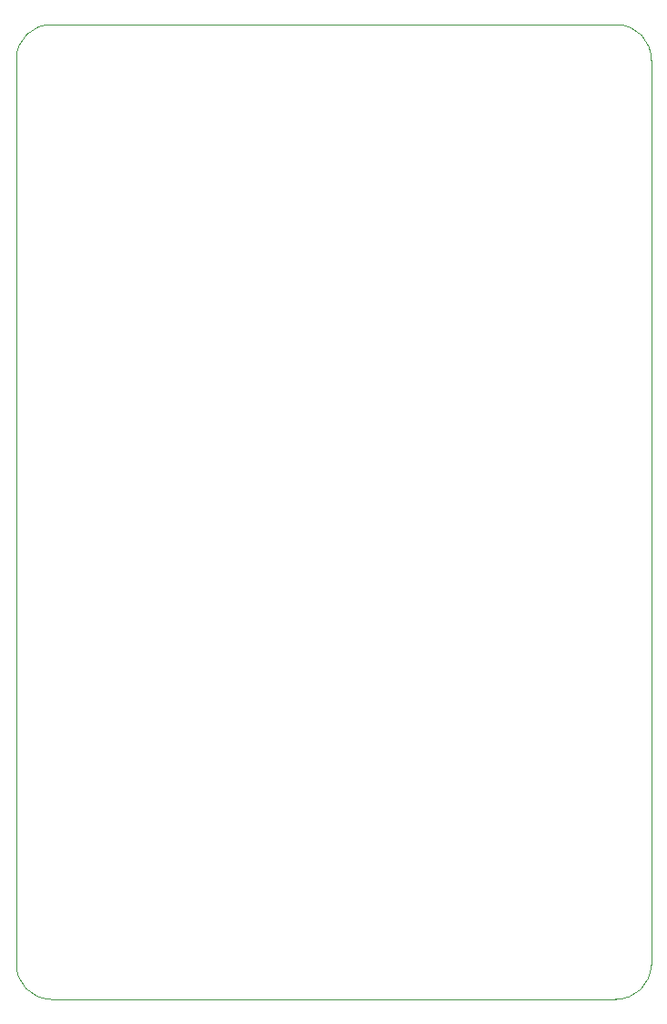
<source format=gbr>
%TF.GenerationSoftware,KiCad,Pcbnew,(6.99.0-4059-gb058ef2d87)*%
%TF.CreationDate,2022-11-01T12:36:00-04:00*%
%TF.ProjectId,rp2040_keyboard,72703230-3430-45f6-9b65-79626f617264,rev?*%
%TF.SameCoordinates,Original*%
%TF.FileFunction,Profile,NP*%
%FSLAX46Y46*%
G04 Gerber Fmt 4.6, Leading zero omitted, Abs format (unit mm)*
G04 Created by KiCad (PCBNEW (6.99.0-4059-gb058ef2d87)) date 2022-11-01 12:36:00*
%MOMM*%
%LPD*%
G01*
G04 APERTURE LIST*
%TA.AperFunction,Profile*%
%ADD10C,0.100000*%
%TD*%
G04 APERTURE END LIST*
D10*
X158242100Y-140967462D02*
G75*
G03*
X161543999Y-137795000I126900J3172462D01*
G01*
X161543963Y-53720898D02*
G75*
G03*
X158371537Y-50419000I-3172463J126898D01*
G01*
X105790900Y-50421538D02*
G75*
G03*
X102489001Y-53594000I-126900J-3172462D01*
G01*
X161543999Y-137795000D02*
X161544000Y-53720899D01*
X105664000Y-140969999D02*
X158242100Y-140967463D01*
X158371537Y-50419000D02*
X105790900Y-50421537D01*
X102491538Y-137668100D02*
G75*
G03*
X105664000Y-140969999I3172462J-126900D01*
G01*
X102489001Y-53594000D02*
X102491537Y-137668100D01*
M02*

</source>
